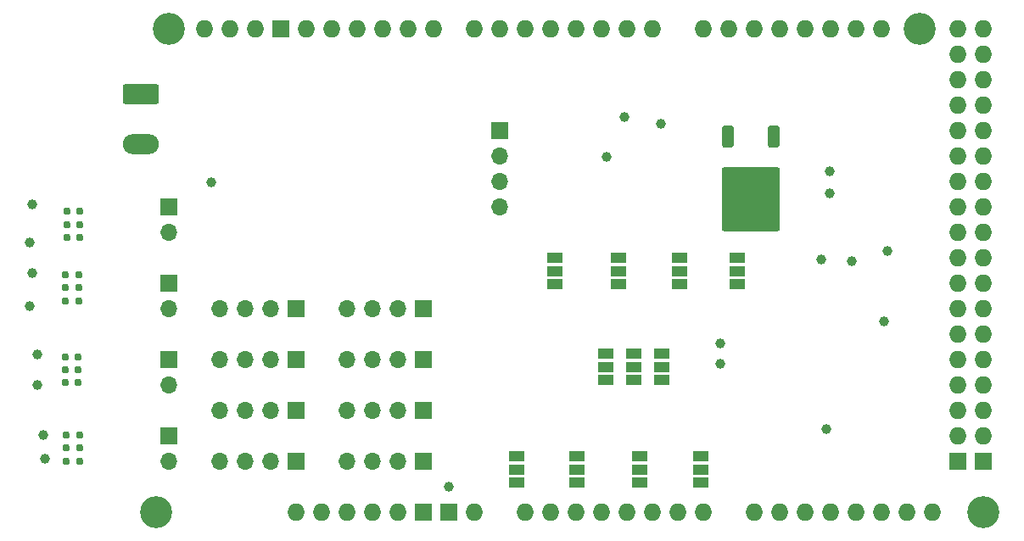
<source format=gbr>
%TF.GenerationSoftware,KiCad,Pcbnew,7.0.2*%
%TF.CreationDate,2023-09-29T20:53:45+02:00*%
%TF.ProjectId,RocciBoard,526f6363-6942-46f6-9172-642e6b696361,rev?*%
%TF.SameCoordinates,Original*%
%TF.FileFunction,Soldermask,Bot*%
%TF.FilePolarity,Negative*%
%FSLAX46Y46*%
G04 Gerber Fmt 4.6, Leading zero omitted, Abs format (unit mm)*
G04 Created by KiCad (PCBNEW 7.0.2) date 2023-09-29 20:53:45*
%MOMM*%
%LPD*%
G01*
G04 APERTURE LIST*
G04 Aperture macros list*
%AMRoundRect*
0 Rectangle with rounded corners*
0 $1 Rounding radius*
0 $2 $3 $4 $5 $6 $7 $8 $9 X,Y pos of 4 corners*
0 Add a 4 corners polygon primitive as box body*
4,1,4,$2,$3,$4,$5,$6,$7,$8,$9,$2,$3,0*
0 Add four circle primitives for the rounded corners*
1,1,$1+$1,$2,$3*
1,1,$1+$1,$4,$5*
1,1,$1+$1,$6,$7*
1,1,$1+$1,$8,$9*
0 Add four rect primitives between the rounded corners*
20,1,$1+$1,$2,$3,$4,$5,0*
20,1,$1+$1,$4,$5,$6,$7,0*
20,1,$1+$1,$6,$7,$8,$9,0*
20,1,$1+$1,$8,$9,$2,$3,0*%
G04 Aperture macros list end*
%ADD10C,1.000000*%
%ADD11R,1.700000X1.700000*%
%ADD12O,1.700000X1.700000*%
%ADD13RoundRect,0.250000X-1.550000X0.750000X-1.550000X-0.750000X1.550000X-0.750000X1.550000X0.750000X0*%
%ADD14O,3.600000X2.000000*%
%ADD15C,0.770000*%
%ADD16C,3.200000*%
%ADD17O,1.727200X1.727200*%
%ADD18R,1.727200X1.727200*%
%ADD19R,1.500000X1.000000*%
%ADD20RoundRect,0.250000X-0.350000X0.850000X-0.350000X-0.850000X0.350000X-0.850000X0.350000X0.850000X0*%
%ADD21RoundRect,0.249997X-2.650003X2.950003X-2.650003X-2.950003X2.650003X-2.950003X2.650003X2.950003X0*%
G04 APERTURE END LIST*
D10*
%TO.C,TP23*%
X163068000Y-125984000D03*
%TD*%
D11*
%TO.C,J13*%
X135128000Y-105674000D03*
D12*
X135128000Y-108214000D03*
%TD*%
D11*
%TO.C,J10*%
X135128000Y-98054000D03*
D12*
X135128000Y-100594000D03*
%TD*%
D11*
%TO.C,J3*%
X147828000Y-118374000D03*
D12*
X145288000Y-118374000D03*
X142748000Y-118374000D03*
X140208000Y-118374000D03*
%TD*%
D13*
%TO.C,J1*%
X132278000Y-86824000D03*
D14*
X132278000Y-91824000D03*
%TD*%
D11*
%TO.C,J8*%
X135128000Y-113294000D03*
D12*
X135128000Y-115834000D03*
%TD*%
D11*
%TO.C,J4*%
X147828000Y-113278000D03*
D12*
X145288000Y-113278000D03*
X142748000Y-113278000D03*
X140208000Y-113278000D03*
%TD*%
D11*
%TO.C,J14*%
X160514000Y-108198000D03*
D12*
X157974000Y-108198000D03*
X155434000Y-108198000D03*
X152894000Y-108198000D03*
%TD*%
D11*
%TO.C,J2*%
X147828000Y-123454000D03*
D12*
X145288000Y-123454000D03*
X142748000Y-123454000D03*
X140208000Y-123454000D03*
%TD*%
D15*
%TO.C,U9*%
X124806000Y-104821500D03*
X124806000Y-106121500D03*
X124806000Y-107421500D03*
X126106000Y-104821500D03*
X126106000Y-106121500D03*
X126106000Y-107421500D03*
%TD*%
%TO.C,U7*%
X124754000Y-113006500D03*
X124754000Y-114306500D03*
X124754000Y-115606500D03*
X126054000Y-113006500D03*
X126054000Y-114306500D03*
X126054000Y-115606500D03*
%TD*%
D11*
%TO.C,J5*%
X147828000Y-108214000D03*
D12*
X145288000Y-108214000D03*
X142748000Y-108214000D03*
X140208000Y-108214000D03*
%TD*%
D11*
%TO.C,J12*%
X168148000Y-90424000D03*
D12*
X168148000Y-92964000D03*
X168148000Y-95504000D03*
X168148000Y-98044000D03*
%TD*%
D11*
%TO.C,J11*%
X160528000Y-113278000D03*
D12*
X157988000Y-113278000D03*
X155448000Y-113278000D03*
X152908000Y-113278000D03*
%TD*%
D11*
%TO.C,J6*%
X135128000Y-120914000D03*
D12*
X135128000Y-123454000D03*
%TD*%
D15*
%TO.C,U8*%
X124929000Y-98504500D03*
X124929000Y-99804500D03*
X124929000Y-101104500D03*
X126229000Y-98504500D03*
X126229000Y-99804500D03*
X126229000Y-101104500D03*
%TD*%
D11*
%TO.C,J7*%
X160528000Y-123454000D03*
D12*
X157988000Y-123454000D03*
X155448000Y-123454000D03*
X152908000Y-123454000D03*
%TD*%
D16*
%TO.C,XA1*%
X133858000Y-128524000D03*
X135128000Y-80264000D03*
D17*
X147828000Y-128524000D03*
D16*
X210058000Y-80264000D03*
X216408000Y-128524000D03*
D17*
X155448000Y-128524000D03*
X157988000Y-128524000D03*
X213868000Y-80264000D03*
X216408000Y-80264000D03*
X170688000Y-128524000D03*
X173228000Y-128524000D03*
X175768000Y-128524000D03*
X178308000Y-128524000D03*
X180848000Y-128524000D03*
X183388000Y-128524000D03*
X185928000Y-128524000D03*
X188468000Y-128524000D03*
X193548000Y-128524000D03*
X196088000Y-128524000D03*
X198628000Y-128524000D03*
X201168000Y-128524000D03*
X203708000Y-128524000D03*
X206248000Y-128524000D03*
X208788000Y-128524000D03*
X211328000Y-128524000D03*
X143764000Y-80264000D03*
X183388000Y-80264000D03*
X180848000Y-80264000D03*
X178308000Y-80264000D03*
X175768000Y-80264000D03*
X173228000Y-80264000D03*
X170688000Y-80264000D03*
X168148000Y-80264000D03*
X165608000Y-80264000D03*
X161544000Y-80264000D03*
X159004000Y-80264000D03*
X156464000Y-80264000D03*
X153924000Y-80264000D03*
X151384000Y-80264000D03*
X148844000Y-80264000D03*
X188468000Y-80264000D03*
X191008000Y-80264000D03*
X193548000Y-80264000D03*
X196088000Y-80264000D03*
X198628000Y-80264000D03*
X201168000Y-80264000D03*
X203708000Y-80264000D03*
X206248000Y-80264000D03*
X213868000Y-82804000D03*
X216408000Y-82804000D03*
X213868000Y-85344000D03*
X216408000Y-85344000D03*
X213868000Y-87884000D03*
X216408000Y-87884000D03*
X213868000Y-90424000D03*
X216408000Y-90424000D03*
X213868000Y-92964000D03*
X216408000Y-92964000D03*
X213868000Y-95504000D03*
X216408000Y-95504000D03*
X213868000Y-98044000D03*
X216408000Y-98044000D03*
X213868000Y-100584000D03*
X216408000Y-100584000D03*
X213868000Y-103124000D03*
X216408000Y-103124000D03*
X213868000Y-105664000D03*
X216408000Y-105664000D03*
X213868000Y-108204000D03*
X216408000Y-108204000D03*
X213868000Y-110744000D03*
X216408000Y-110744000D03*
X213868000Y-113284000D03*
X216408000Y-113284000D03*
X213868000Y-115824000D03*
X216408000Y-115824000D03*
X213868000Y-118364000D03*
X216408000Y-118364000D03*
X213868000Y-120904000D03*
X216408000Y-120904000D03*
D18*
X146304000Y-80264000D03*
X160528000Y-128524000D03*
X163068000Y-128524000D03*
X213868000Y-123444000D03*
X216408000Y-123444000D03*
D17*
X150368000Y-128524000D03*
X152908000Y-128524000D03*
X138684000Y-80264000D03*
X141224000Y-80264000D03*
X165608000Y-128524000D03*
%TD*%
D11*
%TO.C,J9*%
X160528000Y-118374000D03*
D12*
X157988000Y-118374000D03*
X155448000Y-118374000D03*
X152908000Y-118374000D03*
%TD*%
D15*
%TO.C,U6*%
X124898000Y-120824000D03*
X124898000Y-122124000D03*
X124898000Y-123424000D03*
X126198000Y-120824000D03*
X126198000Y-122124000D03*
X126198000Y-123424000D03*
%TD*%
D19*
%TO.C,JP10*%
X182132000Y-125570500D03*
X182132000Y-124270500D03*
X182132000Y-122970500D03*
%TD*%
D10*
%TO.C,TP10*%
X178798500Y-93070500D03*
%TD*%
%TO.C,TP8*%
X190118500Y-111693500D03*
%TD*%
%TO.C,TP5*%
X200234000Y-103270000D03*
%TD*%
%TO.C,TP20*%
X121452000Y-97804000D03*
%TD*%
D19*
%TO.C,JP7*%
X178678000Y-115324000D03*
X178678000Y-114024000D03*
X178678000Y-112724000D03*
%TD*%
D10*
%TO.C,TP21*%
X121198000Y-107964000D03*
%TD*%
%TO.C,TP11*%
X200728000Y-120274000D03*
%TD*%
%TO.C,TP4*%
X201034000Y-94470000D03*
%TD*%
D19*
%TO.C,JP8*%
X169798500Y-125570500D03*
X169798500Y-124270500D03*
X169798500Y-122970500D03*
%TD*%
D10*
%TO.C,TP1*%
X203234000Y-103470000D03*
%TD*%
%TO.C,TP6*%
X201034000Y-96670000D03*
%TD*%
D19*
%TO.C,JP11*%
X188228000Y-125570500D03*
X188228000Y-124270500D03*
X188228000Y-122970500D03*
%TD*%
%TO.C,JP6*%
X181478000Y-115324000D03*
X181478000Y-114024000D03*
X181478000Y-112724000D03*
%TD*%
D10*
%TO.C,TP15*%
X122722000Y-123204000D03*
%TD*%
%TO.C,TP9*%
X190118500Y-113725500D03*
%TD*%
%TO.C,TP3*%
X206478000Y-109524000D03*
%TD*%
%TO.C,TP17*%
X121960000Y-115838000D03*
%TD*%
%TO.C,TP14*%
X184228000Y-89774000D03*
%TD*%
%TO.C,TP7*%
X139319000Y-95556000D03*
%TD*%
D19*
%TO.C,JP3*%
X179958500Y-103158500D03*
X179958500Y-104458500D03*
X179958500Y-105758500D03*
%TD*%
%TO.C,JP1*%
X191808500Y-103158500D03*
X191808500Y-104458500D03*
X191808500Y-105758500D03*
%TD*%
D10*
%TO.C,TP19*%
X121198000Y-101614000D03*
%TD*%
D19*
%TO.C,JP5*%
X184278000Y-115324000D03*
X184278000Y-114024000D03*
X184278000Y-112724000D03*
%TD*%
D10*
%TO.C,TP18*%
X121960000Y-112790000D03*
%TD*%
%TO.C,TP2*%
X206834000Y-102470000D03*
%TD*%
%TO.C,TP16*%
X122618000Y-120824000D03*
%TD*%
%TO.C,TP22*%
X121452000Y-104662000D03*
%TD*%
D20*
%TO.C,U10*%
X190923000Y-90999000D03*
D21*
X193203000Y-97299000D03*
D20*
X195483000Y-90999000D03*
%TD*%
D19*
%TO.C,JP2*%
X186054500Y-103158500D03*
X186054500Y-104458500D03*
X186054500Y-105758500D03*
%TD*%
%TO.C,JP4*%
X173608500Y-103158500D03*
X173608500Y-104458500D03*
X173608500Y-105758500D03*
%TD*%
D10*
%TO.C,TP13*%
X180598500Y-89070500D03*
%TD*%
D19*
%TO.C,JP9*%
X175798500Y-125570500D03*
X175798500Y-124270500D03*
X175798500Y-122970500D03*
%TD*%
M02*

</source>
